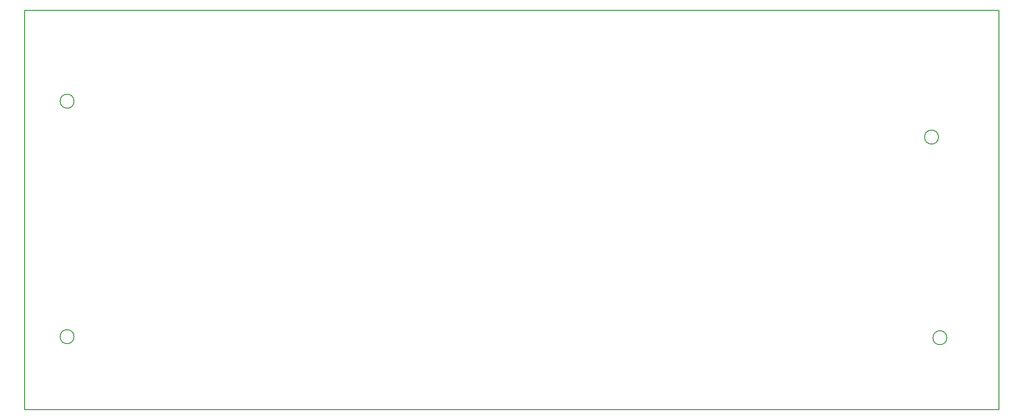
<source format=gbr>
G04 #@! TF.FileFunction,Profile,NP*
%FSLAX46Y46*%
G04 Gerber Fmt 4.6, Leading zero omitted, Abs format (unit mm)*
G04 Created by KiCad (PCBNEW 4.0.1-stable) date 22.05.2019 22:43:50*
%MOMM*%
G01*
G04 APERTURE LIST*
%ADD10C,0.100000*%
%ADD11C,0.150000*%
G04 APERTURE END LIST*
D10*
D11*
X91941000Y-77814000D02*
G75*
G03X91941000Y-77814000I-1250000J0D01*
G01*
X91941000Y-120064000D02*
G75*
G03X91941000Y-120064000I-1250000J0D01*
G01*
X248250000Y-120250000D02*
G75*
G03X248250000Y-120250000I-1250000J0D01*
G01*
X246750000Y-84250000D02*
G75*
G03X246750000Y-84250000I-1250000J0D01*
G01*
X83118000Y-61514000D02*
X83118000Y-61641000D01*
X257616000Y-61514000D02*
X257616000Y-63546000D01*
X83118000Y-61641000D02*
X83118000Y-133142000D01*
X83118000Y-61514000D02*
X257616000Y-61514000D01*
X257616000Y-131872000D02*
X257616000Y-133142000D01*
X83118000Y-133142000D02*
X257616000Y-133142000D01*
X257616000Y-63546000D02*
X257616000Y-131872000D01*
M02*

</source>
